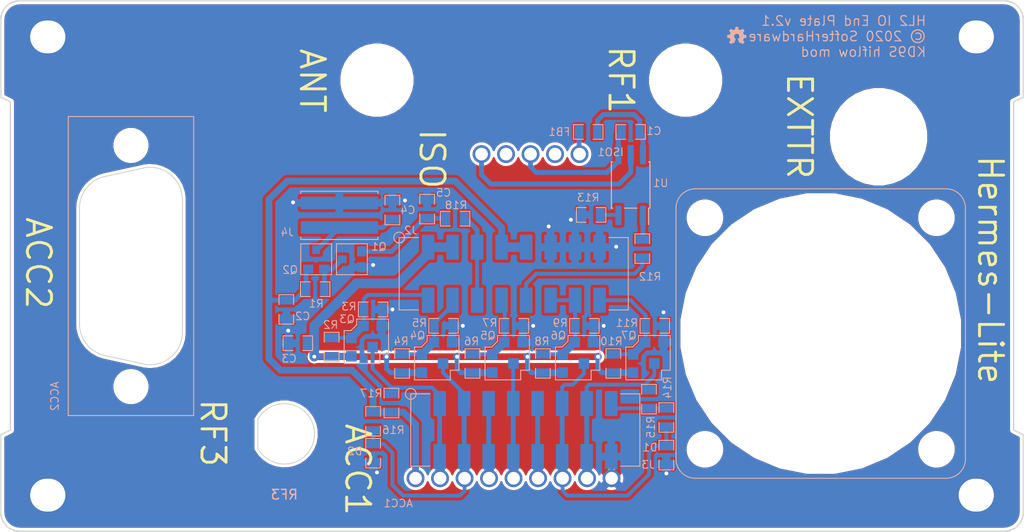
<source format=kicad_pcb>
(kicad_pcb (version 20171130) (host pcbnew "(5.1.8)-1")
  (title_block (title "Hermes-Lite End Plate 55") (date 2020-03-17) (rev 2.1) (company SofterHardware) (comment 1 "KF7O Steve Haynal"))
  (layers (0 F.Cu signal) (31 B.Cu signal) (34 B.Paste user hide) (35 F.Paste user hide) (36 B.SilkS user) (37 F.SilkS user) (38 B.Mask user) (39 F.Mask user) (44 Edge.Cuts user))
  (net 0 "")
  (net 1 GNDS)
  (net 2 Vlvds)
  (net 3 "Net-(J2-Pad2)")
  (net 4 "Net-(J2-Pad4)")
  (net 5 "Net-(J2-Pad5)")
  (net 6 "Net-(J2-Pad8)")
  (net 7 "Net-(J2-Pad12)")
  (net 8 "Net-(J2-Pad16)")
  (net 9 VSUP)
  (net 10 ISOIN)
  (net 11 "Net-(R12-Pad1)")
  (net 12 "Net-(R13-Pad1)")
  (net 13 "Net-(ACC1-Pad2)")
  (net 14 "Net-(ACC1-Pad3)")
  (net 15 "Net-(ACC1-Pad4)")
  (net 16 "Net-(ACC1-Pad5)")
  (net 17 "Net-(ACC1-Pad6)")
  (net 18 "Net-(ACC1-Pad7)")
  (net 19 "Net-(ACC1-Pad8)")
  (net 20 "Net-(C1-Pad1)")
  (net 21 "Net-(C1-Pad2)")
  (net 22 "Net-(FB1-Pad1)")
  (net 23 "Net-(ISO1-Pad2)")
  (net 24 "Net-(ISO1-Pad4)")
  (net 25 "Net-(ISO1-Pad5)")
  (net 26 "Net-(Q1-Pad3)")
  (net 27 "Net-(C4-Pad2)")
  (net 28 "Net-(J3-Pad15)")
  (net 29 "Net-(C5-Pad2)")
  (module endcaplib:fan30_big_hole (layer B.Cu) (at 123 72.5)
    (fp_text reference REF** hide)
    (fp_text value fan30_big_hole)
    (pad "" np_thru_hole circle (at 12 12) (size 28.5 28.5) (drill 28.5) (layers *.Cu *.Mask))
    (pad "" np_thru_hole circle (at 24 24) (size 3.2 3.2) (drill 3.2) (layers *.Cu *.Mask))
    (pad "" np_thru_hole circle (at 0 24) (size 3.2 3.2) (drill 3.2) (layers *.Cu *.Mask))
    (pad "" np_thru_hole circle (at 24 0) (size 3.2 3.2) (drill 3.2) (layers *.Cu *.Mask))
    (pad "" np_thru_hole circle (at 0 0) (size 3.2 3.2) (drill 3.2) (layers *.Cu *.Mask))
  )
  (module endcaplib:sma_panel (layer B.Cu) (at 79.4 94.9)
    (fp_text reference RF3 (at 0 6.3) (layer B.SilkS) (effects (justify mirror)))
    (fp_text value SMA)
    (fp_line (start -2.749999 1.5) (end -2.75 -1.5) (layer Edge.Cuts) (width 0.1))
    (fp_arc (start 0 0) (end -2.749999 -1.499999) (angle 302.7790807) (layer Edge.Cuts) (width 0.1))
  )
  (module endcaplib:SMD-0805 (layer B.Cu) (at 110.9 63.6)
    (fp_text reference FB1 (at -3 0 180) (layer B.SilkS) (effects (font (size 0.8 0.8) (thickness 0.1)) (justify mirror)))
    (fp_text value Ferrite_Bead_Small hide)
    (pad 1 smd rect (at -0.9525 0) (size 0.889 1.397) (layers B.Cu B.Paste B.Mask) (net 22 "Net-(FB1-Pad1)"))
    (pad 2 smd rect (at 0.9525 0) (size 0.889 1.397) (layers B.Cu B.Paste B.Mask) (net 20 "Net-(C1-Pad1)"))
  )
  (module endcaplib:basic_back (layer F.Cu) (at 141 57.6 180)
    (fp_text reference REF** hide)
    (fp_text value basic_back hide)
    (pad "" np_thru_hole circle (at 0 -6.5 180) (size 9.5 9.5) (drill 9.5) (layers *.Cu *.Mask))
    (pad "" np_thru_hole circle (at 20 -0.635 180) (size 7 7) (drill 7) (layers *.Cu *.Mask))
    (pad "" np_thru_hole circle (at 52 -0.635 180) (size 7 7) (drill 7) (layers *.Cu *.Mask))
  )
  (module endcaplib:db9inside (layer B.Cu) (at 63.5 77.5 90)
    (fp_text reference ACC2 (at -13.5 -7.9 90) (layer B.SilkS) (effects (font (size 0.8 0.8) (thickness 0.1)) (justify mirror)))
    (fp_text value DB9)
    (fp_line (start -6.005 -5.33) (end 6.005 -5.33) (layer Edge.Cuts) (width 0.1))
    (fp_line (start -6.885 5.33) (end 6.885 5.33) (layer Edge.Cuts) (width 0.1))
    (fp_line (start -10.15 1.27) (end -9.27 -2.75) (layer Edge.Cuts) (width 0.1))
    (fp_line (start 10.15 1.27) (end 9.27 -2.75) (layer Edge.Cuts) (width 0.1))
    (fp_arc (start -6.005 -1.98) (end -9.27 -2.75) (angle 77) (layer Edge.Cuts) (width 0.1))
    (fp_arc (start 6.005 -1.98) (end 9.27 -2.75) (angle -77) (layer Edge.Cuts) (width 0.1))
    (fp_arc (start 6.885 1.98) (end 6.885 5.33) (angle -103) (layer Edge.Cuts) (width 0.1))
    (fp_arc (start -6.885 1.98) (end -6.885 5.33) (angle 103) (layer Edge.Cuts) (width 0.1))
    (pad "" np_thru_hole circle (at -12.5 0 90) (size 3.05 3.05) (drill 3.05) (layers *.Cu *.Mask))
    (pad "" np_thru_hole circle (at 12.5 0 90) (size 3.05 3.05) (drill 3.05) (layers *.Cu *.Mask))
  )
  (module endcaplib:terminal_block (layer B.Cu) (at 93 99.5)
    (fp_text reference ACC1 (at -1.8 2.6) (layer B.SilkS) (effects (font (size 0.8 0.8) (thickness 0.1)) (justify mirror)))
    (fp_text value "Terminal Block")
    (pad 1 thru_hole circle (at 0 0) (size 1.85 1.85) (drill 1.32) (layers *.Cu B.Mask) (net 9 VSUP))
    (pad 2 thru_hole circle (at 2.54 0) (size 1.85 1.85) (drill 1.32) (layers *.Cu B.Mask) (net 13 "Net-(ACC1-Pad2)"))
    (pad 3 thru_hole circle (at 5.08 0) (size 1.85 1.85) (drill 1.32) (layers *.Cu B.Mask) (net 14 "Net-(ACC1-Pad3)"))
    (pad 4 thru_hole circle (at 7.62 0) (size 1.85 1.85) (drill 1.32) (layers *.Cu B.Mask) (net 15 "Net-(ACC1-Pad4)"))
    (pad 5 thru_hole circle (at 10.16 0) (size 1.85 1.85) (drill 1.32) (layers *.Cu B.Mask) (net 16 "Net-(ACC1-Pad5)"))
    (pad 6 thru_hole circle (at 12.7 0) (size 1.85 1.85) (drill 1.32) (layers *.Cu B.Mask) (net 17 "Net-(ACC1-Pad6)"))
    (pad 7 thru_hole circle (at 15.24 0) (size 1.85 1.85) (drill 1.32) (layers *.Cu B.Mask) (net 18 "Net-(ACC1-Pad7)"))
    (pad 8 thru_hole circle (at 17.78 0) (size 1.85 1.85) (drill 1.32) (layers *.Cu B.Mask) (net 19 "Net-(ACC1-Pad8)"))
    (pad 9 thru_hole circle (at 20.32 0) (size 1.85 1.85) (drill 1.32) (layers *.Cu B.Mask) (net 1 GNDS))
  )
  (module endcaplib:male_header (layer B.Cu) (at 94.3 78.3 270)
    (fp_text reference J2 (at -4.5 1.8) (layer B.SilkS) (effects (font (size 0.8 0.8) (thickness 0.1)) (justify mirror)))
    (fp_text value "Male Header")
    (pad 16 smd rect (at 2.75 -17.78 270) (size 2.6 1.3) (layers B.Cu B.Paste B.Mask) (net 8 "Net-(J2-Pad16)"))
    (pad 15 smd rect (at -2.75 -17.78 270) (size 2.6 1.3) (layers B.Cu B.Paste B.Mask) (net 1 GNDS))
    (pad 14 smd rect (at 2.75 -15.24 270) (size 2.6 1.3) (layers B.Cu B.Paste B.Mask) (net 7 "Net-(J2-Pad12)"))
    (pad 13 smd rect (at -2.75 -15.24 270) (size 2.6 1.3) (layers B.Cu B.Paste B.Mask) (net 1 GNDS))
    (pad 12 smd rect (at 2.75 -12.7 270) (size 2.6 1.3) (layers B.Cu B.Paste B.Mask) (net 7 "Net-(J2-Pad12)"))
    (pad 11 smd rect (at -2.75 -12.7 270) (size 2.6 1.3) (layers B.Cu B.Paste B.Mask) (net 1 GNDS))
    (pad 10 smd rect (at 2.75 -10.16 270) (size 2.6 1.3) (layers B.Cu B.Paste B.Mask) (net 10 ISOIN))
    (pad 9 smd rect (at -2.75 -10.16 270) (size 2.6 1.3) (layers B.Cu B.Paste B.Mask) (net 9 VSUP))
    (pad 8 smd rect (at 2.75 -7.62 270) (size 2.6 1.3) (layers B.Cu B.Paste B.Mask) (net 6 "Net-(J2-Pad8)"))
    (pad 7 smd rect (at -2.75 -7.62 270) (size 2.6 1.3) (layers B.Cu B.Paste B.Mask) (net 9 VSUP))
    (pad 6 smd rect (at 2.75 -5.08 270) (size 2.6 1.3) (layers B.Cu B.Paste B.Mask) (net 5 "Net-(J2-Pad5)"))
    (pad 5 smd rect (at -2.75 -5.08 270) (size 2.6 1.3) (layers B.Cu B.Paste B.Mask) (net 5 "Net-(J2-Pad5)"))
    (pad 4 smd rect (at 2.75 -2.54 270) (size 2.6 1.3) (layers B.Cu B.Paste B.Mask) (net 4 "Net-(J2-Pad4)"))
    (pad 3 smd rect (at -2.75 -2.54 270) (size 2.6 1.3) (layers B.Cu B.Paste B.Mask) (net 2 Vlvds))
    (pad 2 smd rect (at 2.75 0 270) (size 2.6 1.3) (layers B.Cu B.Paste B.Mask) (net 3 "Net-(J2-Pad2)"))
    (pad 1 smd rect (at -2.75 0 270) (size 2.6 1.3) (layers B.Cu B.Paste B.Mask) (net 2 Vlvds))
  )
  (module endcaplib:male_header (layer B.Cu) (at 95.5 94.5 270)
    (fp_text reference J3 (at 3.6 -21.6) (layer B.SilkS) (effects (font (size 0.8 0.8) (thickness 0.1)) (justify mirror)))
    (fp_text value "Male Header")
    (pad 16 smd rect (at 2.75 -17.78 270) (size 2.6 1.3) (layers B.Cu B.Paste B.Mask) (net 1 GNDS))
    (pad 15 smd rect (at -2.75 -17.78 270) (size 2.6 1.3) (layers B.Cu B.Paste B.Mask) (net 28 "Net-(J3-Pad15)"))
    (pad 14 smd rect (at 2.75 -15.24 270) (size 2.6 1.3) (layers B.Cu B.Paste B.Mask) (net 19 "Net-(ACC1-Pad8)"))
    (pad 13 smd rect (at -2.75 -15.24 270) (size 2.6 1.3) (layers B.Cu B.Paste B.Mask) (net 19 "Net-(ACC1-Pad8)"))
    (pad 12 smd rect (at 2.75 -12.7 270) (size 2.6 1.3) (layers B.Cu B.Paste B.Mask) (net 18 "Net-(ACC1-Pad7)"))
    (pad 11 smd rect (at -2.75 -12.7 270) (size 2.6 1.3) (layers B.Cu B.Paste B.Mask) (net 18 "Net-(ACC1-Pad7)"))
    (pad 10 smd rect (at 2.75 -10.16 270) (size 2.6 1.3) (layers B.Cu B.Paste B.Mask) (net 17 "Net-(ACC1-Pad6)"))
    (pad 9 smd rect (at -2.75 -10.16 270) (size 2.6 1.3) (layers B.Cu B.Paste B.Mask) (net 17 "Net-(ACC1-Pad6)"))
    (pad 8 smd rect (at 2.75 -7.62 270) (size 2.6 1.3) (layers B.Cu B.Paste B.Mask) (net 16 "Net-(ACC1-Pad5)"))
    (pad 7 smd rect (at -2.75 -7.62 270) (size 2.6 1.3) (layers B.Cu B.Paste B.Mask) (net 16 "Net-(ACC1-Pad5)"))
    (pad 6 smd rect (at 2.75 -5.08 270) (size 2.6 1.3) (layers B.Cu B.Paste B.Mask) (net 15 "Net-(ACC1-Pad4)"))
    (pad 5 smd rect (at -2.75 -5.08 270) (size 2.6 1.3) (layers B.Cu B.Paste B.Mask) (net 15 "Net-(ACC1-Pad4)"))
    (pad 4 smd rect (at 2.75 -2.54 270) (size 2.6 1.3) (layers B.Cu B.Paste B.Mask) (net 14 "Net-(ACC1-Pad3)"))
    (pad 3 smd rect (at -2.75 -2.54 270) (size 2.6 1.3) (layers B.Cu B.Paste B.Mask) (net 14 "Net-(ACC1-Pad3)"))
    (pad 2 smd rect (at 2.75 0 270) (size 2.6 1.3) (layers B.Cu B.Paste B.Mask) (net 13 "Net-(ACC1-Pad2)"))
    (pad 1 smd rect (at -2.75 0 270) (size 2.6 1.3) (layers B.Cu B.Paste B.Mask) (net 13 "Net-(ACC1-Pad2)"))
  )
  (module endcaplib:mh3mm (layer F.Cu) (at 54.875 53.75)
    (fp_text reference MH1 hide)
    (fp_text value 3mm)
    (pad 1 thru_hole circle (at 0 0) (size 4.9 4.9) (drill oval 3.65 3.4) (layers *.Cu *.Mask) (net 1 GNDS))
  )
  (module endcaplib:mh3mm (layer F.Cu) (at 151.125 53.75)
    (fp_text reference MH2 hide)
    (fp_text value 3mm)
    (pad 1 thru_hole circle (at 0 0) (size 4.9 4.9) (drill oval 3.65 3.4) (layers *.Cu *.Mask) (net 1 GNDS))
  )
  (module endcaplib:mh3mm (layer F.Cu) (at 151.125 101.25)
    (fp_text reference MH3 hide)
    (fp_text value 3mm)
    (pad 1 thru_hole circle (at 0 0) (size 4.9 4.9) (drill oval 3.65 3.4) (layers *.Cu *.Mask) (net 1 GNDS))
  )
  (module endcaplib:mh3mm (layer F.Cu) (at 54.875 101.25)
    (fp_text reference MH4 hide)
    (fp_text value 3mm)
    (pad 1 thru_hole circle (at 0 0) (size 4.9 4.9) (drill oval 3.65 3.4) (layers *.Cu *.Mask) (net 1 GNDS))
  )
  (module endcaplib:3sot3_3 (layer B.Cu) (at 89.5 83.7 270)
    (fp_text reference Q3 (at -0.7 3.6) (layer B.SilkS) (effects (font (size 0.8 0.8) (thickness 0.1)) (justify mirror)))
    (fp_text value MULTIFET)
    (pad 1 smd rect (at 0.6 2.5 225) (size 2 0.8) (layers B.Cu B.Paste B.Mask) (net 3 "Net-(J2-Pad2)"))
    (pad 4 smd rect (at 3.15 3.15 270) (size 1.1 1.1) (layers B.Cu B.Paste B.Mask) (net 2 Vlvds))
    (pad 1 smd rect (at 1.25 3.15 270) (size 1.1 1.1) (layers B.Cu B.Paste B.Mask) (net 3 "Net-(J2-Pad2)"))
    (pad 3 smd rect (at 2.2 0.95 270) (size 1.1 1.1) (layers B.Cu B.Paste B.Mask) (net 13 "Net-(ACC1-Pad2)"))
    (pad 1 smd rect (at 0 1.9 270) (size 1.1 1.1) (layers B.Cu B.Paste B.Mask) (net 3 "Net-(J2-Pad2)"))
    (pad 2 smd rect (at 0 0 270) (size 1.1 1.1) (layers B.Cu B.Paste B.Mask) (net 1 GNDS))
  )
  (module endcaplib:3sot3_3 (layer B.Cu) (at 96.8 85.4 270)
    (fp_text reference Q4 (at -0.7 3.6) (layer B.SilkS) (effects (font (size 0.8 0.8) (thickness 0.1)) (justify mirror)))
    (fp_text value MULTIFET)
    (pad 2 smd rect (at 0 0 270) (size 1.1 1.1) (layers B.Cu B.Paste B.Mask) (net 1 GNDS))
    (pad 1 smd rect (at 0 1.9 270) (size 1.1 1.1) (layers B.Cu B.Paste B.Mask) (net 4 "Net-(J2-Pad4)"))
    (pad 3 smd rect (at 2.2 0.95 270) (size 1.1 1.1) (layers B.Cu B.Paste B.Mask) (net 14 "Net-(ACC1-Pad3)"))
    (pad 1 smd rect (at 1.25 3.15 270) (size 1.1 1.1) (layers B.Cu B.Paste B.Mask) (net 4 "Net-(J2-Pad4)"))
    (pad 4 smd rect (at 3.15 3.15 270) (size 1.1 1.1) (layers B.Cu B.Paste B.Mask) (net 2 Vlvds))
    (pad 1 smd rect (at 0.6 2.5 225) (size 2 0.8) (layers B.Cu B.Paste B.Mask) (net 4 "Net-(J2-Pad4)"))
  )
  (module endcaplib:3sot3_3 (layer B.Cu) (at 104.1 85.4 270)
    (fp_text reference Q5 (at -0.7 3.6) (layer B.SilkS) (effects (font (size 0.8 0.8) (thickness 0.1)) (justify mirror)))
    (fp_text value MULTIFET)
    (pad 2 smd rect (at 0 0 270) (size 1.1 1.1) (layers B.Cu B.Paste B.Mask) (net 1 GNDS))
    (pad 1 smd rect (at 0 1.9 270) (size 1.1 1.1) (layers B.Cu B.Paste B.Mask) (net 6 "Net-(J2-Pad8)"))
    (pad 3 smd rect (at 2.2 0.95 270) (size 1.1 1.1) (layers B.Cu B.Paste B.Mask) (net 16 "Net-(ACC1-Pad5)"))
    (pad 1 smd rect (at 1.25 3.15 270) (size 1.1 1.1) (layers B.Cu B.Paste B.Mask) (net 6 "Net-(J2-Pad8)"))
    (pad 4 smd rect (at 3.15 3.15 270) (size 1.1 1.1) (layers B.Cu B.Paste B.Mask) (net 2 Vlvds))
    (pad 1 smd rect (at 0.6 2.5 225) (size 2 0.8) (layers B.Cu B.Paste B.Mask) (net 6 "Net-(J2-Pad8)"))
  )
  (module endcaplib:3sot3_3 (layer B.Cu) (at 111.4 85.4 270)
    (fp_text reference Q6 (at -0.7 3.6) (layer B.SilkS) (effects (font (size 0.8 0.8) (thickness 0.1)) (justify mirror)))
    (fp_text value MULTIFET)
    (pad 1 smd rect (at 0.6 2.5 225) (size 2 0.8) (layers B.Cu B.Paste B.Mask) (net 7 "Net-(J2-Pad12)"))
    (pad 4 smd rect (at 3.15 3.15 270) (size 1.1 1.1) (layers B.Cu B.Paste B.Mask) (net 2 Vlvds))
    (pad 1 smd rect (at 1.25 3.15 270) (size 1.1 1.1) (layers B.Cu B.Paste B.Mask) (net 7 "Net-(J2-Pad12)"))
    (pad 3 smd rect (at 2.2 0.95 270) (size 1.1 1.1) (layers B.Cu B.Paste B.Mask) (net 18 "Net-(ACC1-Pad7)"))
    (pad 1 smd rect (at 0 1.9 270) (size 1.1 1.1) (layers B.Cu B.Paste B.Mask) (net 7 "Net-(J2-Pad12)"))
    (pad 2 smd rect (at 0 0 270) (size 1.1 1.1) (layers B.Cu B.Paste B.Mask) (net 1 GNDS))
  )
  (module endcaplib:3sot3_3 (layer B.Cu) (at 118.7 85.4 270)
    (fp_text reference Q7 (at -0.7 3.6) (layer B.SilkS) (effects (font (size 0.8 0.8) (thickness 0.1)) (justify mirror)))
    (fp_text value MULTIFET)
    (pad 2 smd rect (at 0 0 270) (size 1.1 1.1) (layers B.Cu B.Paste B.Mask) (net 1 GNDS))
    (pad 1 smd rect (at 0 1.9 270) (size 1.1 1.1) (layers B.Cu B.Paste B.Mask) (net 8 "Net-(J2-Pad16)"))
    (pad 3 smd rect (at 2.2 0.95 270) (size 1.1 1.1) (layers B.Cu B.Paste B.Mask) (net 19 "Net-(ACC1-Pad8)"))
    (pad 1 smd rect (at 1.25 3.15 270) (size 1.1 1.1) (layers B.Cu B.Paste B.Mask) (net 8 "Net-(J2-Pad16)"))
    (pad 4 smd rect (at 3.15 3.15 270) (size 1.1 1.1) (layers B.Cu B.Paste B.Mask) (net 2 Vlvds))
    (pad 1 smd rect (at 0.6 2.5 225) (size 2 0.8) (layers B.Cu B.Paste B.Mask) (net 8 "Net-(J2-Pad16)"))
  )
  (module endcaplib:SMD-0805 (layer B.Cu) (at 84.3 85.9 90)
    (fp_text reference R2 (at 2.3 -0.1 180) (layer B.SilkS) (effects (font (size 0.8 0.8) (thickness 0.1)) (justify mirror)))
    (fp_text value 10K hide)
    (pad 1 smd rect (at -0.9525 0 90) (size 0.889 1.397) (layers B.Cu B.Paste B.Mask) (net 2 Vlvds))
    (pad 2 smd rect (at 0.9525 0 90) (size 0.889 1.397) (layers B.Cu B.Paste B.Mask) (net 3 "Net-(J2-Pad2)"))
  )
  (module endcaplib:SMD-0805 (layer B.Cu) (at 88.6 82)
    (fp_text reference R3 (at -2.5 -0.3 180) (layer B.SilkS) (effects (font (size 0.8 0.8) (thickness 0.1)) (justify mirror)))
    (fp_text value 10K hide)
    (pad 2 smd rect (at 0.9525 0) (size 0.889 1.397) (layers B.Cu B.Paste B.Mask) (net 1 GNDS))
    (pad 1 smd rect (at -0.9525 0) (size 0.889 1.397) (layers B.Cu B.Paste B.Mask) (net 3 "Net-(J2-Pad2)"))
  )
  (module endcaplib:SMD-0805 (layer B.Cu) (at 91.6 87.6 90)
    (fp_text reference R4 (at 2.3 -0.1 180) (layer B.SilkS) (effects (font (size 0.8 0.8) (thickness 0.1)) (justify mirror)))
    (fp_text value 10K hide)
    (pad 1 smd rect (at -0.9525 0 90) (size 0.889 1.397) (layers B.Cu B.Paste B.Mask) (net 2 Vlvds))
    (pad 2 smd rect (at 0.9525 0 90) (size 0.889 1.397) (layers B.Cu B.Paste B.Mask) (net 4 "Net-(J2-Pad4)"))
  )
  (module endcaplib:SMD-0805 (layer B.Cu) (at 95.9 83.7)
    (fp_text reference R5 (at -2.5 -0.3) (layer B.SilkS) (effects (font (size 0.8 0.8) (thickness 0.1)) (justify mirror)))
    (fp_text value 10K hide)
    (pad 2 smd rect (at 0.9525 0) (size 0.889 1.397) (layers B.Cu B.Paste B.Mask) (net 1 GNDS))
    (pad 1 smd rect (at -0.9525 0) (size 0.889 1.397) (layers B.Cu B.Paste B.Mask) (net 4 "Net-(J2-Pad4)"))
  )
  (module endcaplib:SMD-0805 (layer B.Cu) (at 98.9 87.6 90)
    (fp_text reference R6 (at 2.3 -0.1 180) (layer B.SilkS) (effects (font (size 0.8 0.8) (thickness 0.1)) (justify mirror)))
    (fp_text value 10K hide)
    (pad 1 smd rect (at -0.9525 0 90) (size 0.889 1.397) (layers B.Cu B.Paste B.Mask) (net 2 Vlvds))
    (pad 2 smd rect (at 0.9525 0 90) (size 0.889 1.397) (layers B.Cu B.Paste B.Mask) (net 6 "Net-(J2-Pad8)"))
  )
  (module endcaplib:SMD-0805 (layer B.Cu) (at 103.2 83.7)
    (fp_text reference R7 (at -2.5 -0.3) (layer B.SilkS) (effects (font (size 0.8 0.8) (thickness 0.1)) (justify mirror)))
    (fp_text value 10K hide)
    (pad 2 smd rect (at 0.9525 0) (size 0.889 1.397) (layers B.Cu B.Paste B.Mask) (net 1 GNDS))
    (pad 1 smd rect (at -0.9525 0) (size 0.889 1.397) (layers B.Cu B.Paste B.Mask) (net 6 "Net-(J2-Pad8)"))
  )
  (module endcaplib:SMD-0805 (layer B.Cu) (at 106.2 87.6 90)
    (fp_text reference R8 (at 2.3 -0.1 180) (layer B.SilkS) (effects (font (size 0.8 0.8) (thickness 0.1)) (justify mirror)))
    (fp_text value 10K hide)
    (pad 1 smd rect (at -0.9525 0 90) (size 0.889 1.397) (layers B.Cu B.Paste B.Mask) (net 2 Vlvds))
    (pad 2 smd rect (at 0.9525 0 90) (size 0.889 1.397) (layers B.Cu B.Paste B.Mask) (net 7 "Net-(J2-Pad12)"))
  )
  (module endcaplib:SMD-0805 (layer B.Cu) (at 110.5 83.7)
    (fp_text reference R9 (at -2.5 -0.3) (layer B.SilkS) (effects (font (size 0.8 0.8) (thickness 0.1)) (justify mirror)))
    (fp_text value 10K hide)
    (pad 2 smd rect (at 0.9525 0) (size 0.889 1.397) (layers B.Cu B.Paste B.Mask) (net 1 GNDS))
    (pad 1 smd rect (at -0.9525 0) (size 0.889 1.397) (layers B.Cu B.Paste B.Mask) (net 7 "Net-(J2-Pad12)"))
  )
  (module endcaplib:SMD-0805 (layer B.Cu) (at 113.5 87.6 90)
    (fp_text reference R10 (at 2.3 -0.2 180) (layer B.SilkS) (effects (font (size 0.8 0.8) (thickness 0.1)) (justify mirror)))
    (fp_text value 10K hide)
    (pad 1 smd rect (at -0.9525 0 90) (size 0.889 1.397) (layers B.Cu B.Paste B.Mask) (net 2 Vlvds))
    (pad 2 smd rect (at 0.9525 0 90) (size 0.889 1.397) (layers B.Cu B.Paste B.Mask) (net 8 "Net-(J2-Pad16)"))
  )
  (module endcaplib:SMD-0805 (layer B.Cu) (at 117.8 83.7)
    (fp_text reference R11 (at -2.9 -0.3) (layer B.SilkS) (effects (font (size 0.8 0.8) (thickness 0.1)) (justify mirror)))
    (fp_text value 10K hide)
    (pad 2 smd rect (at 0.9525 0) (size 0.889 1.397) (layers B.Cu B.Paste B.Mask) (net 1 GNDS))
    (pad 1 smd rect (at -0.9525 0) (size 0.889 1.397) (layers B.Cu B.Paste B.Mask) (net 8 "Net-(J2-Pad16)"))
  )
  (module endcaplib:SMD-0805 (layer B.Cu) (at 115.3 63.6 180)
    (fp_text reference C1 (at -2.4 0.1) (layer B.SilkS) (effects (font (size 0.8 0.8) (thickness 0.1)) (justify mirror)))
    (fp_text value 0.1uF hide)
    (pad 1 smd rect (at -0.9525 0 180) (size 0.889 1.397) (layers B.Cu B.Paste B.Mask) (net 20 "Net-(C1-Pad1)"))
    (pad 2 smd rect (at 0.9525 0 180) (size 0.889 1.397) (layers B.Cu B.Paste B.Mask) (net 21 "Net-(C1-Pad2)"))
  )
  (module endcaplib:SMD-0805 (layer B.Cu) (at 80.8 85.5 180)
    (fp_text reference C3 (at 0.9 -1.6 180) (layer B.SilkS) (effects (font (size 0.8 0.8) (thickness 0.1)) (justify mirror)))
    (fp_text value 0.1uF hide)
    (pad 1 smd rect (at -0.9525 0 180) (size 0.889 1.397) (layers B.Cu B.Paste B.Mask) (net 2 Vlvds))
    (pad 2 smd rect (at 0.9525 0 180) (size 0.889 1.397) (layers B.Cu B.Paste B.Mask) (net 1 GNDS))
  )
  (module endcaplib:SMD-0805 (layer B.Cu) (at 116.5 75.7 270)
    (fp_text reference R12 (at 2.9 -0.8) (layer B.SilkS) (effects (font (size 0.8 0.8) (thickness 0.1)) (justify mirror)))
    (fp_text value 1K hide)
    (pad 1 smd rect (at -0.9525 0 270) (size 0.889 1.397) (layers B.Cu B.Paste B.Mask) (net 11 "Net-(R12-Pad1)"))
    (pad 2 smd rect (at 0.9525 0 270) (size 0.889 1.397) (layers B.Cu B.Paste B.Mask) (net 10 ISOIN))
  )
  (module endcaplib:SMD-0805 (layer B.Cu) (at 111.2 72.2 180)
    (fp_text reference R13 (at 0.3 1.8) (layer B.SilkS) (effects (font (size 0.8 0.8) (thickness 0.1)) (justify mirror)))
    (fp_text value 680 hide)
    (pad 2 smd rect (at 0.9525 0 180) (size 0.889 1.397) (layers B.Cu B.Paste B.Mask) (net 1 GNDS))
    (pad 1 smd rect (at -0.9525 0 180) (size 0.889 1.397) (layers B.Cu B.Paste B.Mask) (net 12 "Net-(R13-Pad1)"))
  )
  (module Package_SO:SO-5_4.4x3.6mm_P1.27mm (layer B.Cu) (at 115.3 69.1 90)
    (fp_text reference U1 (at 0.2 3.1 -180) (layer B.SilkS) (effects (font (size 0.8 0.8) (thickness 0.1)) (justify mirror)))
    (fp_text value ACPL-M21L-000E)
    (pad 1 smd rect (at -3.15 1.27 90) (size 2 0.64) (layers B.Cu B.Paste B.Mask) (net 11 "Net-(R12-Pad1)"))
    (pad 3 smd rect (at -3.15 -1.27 90) (size 2 0.64) (layers B.Cu B.Paste B.Mask) (net 12 "Net-(R13-Pad1)"))
    (pad 4 smd rect (at 3.15 -1.27 90) (size 2 0.64) (layers B.Cu B.Paste B.Mask) (net 21 "Net-(C1-Pad2)"))
    (pad 5 smd rect (at 3.15 0 90) (size 2 0.64) (layers B.Cu B.Paste B.Mask) (net 25 "Net-(ISO1-Pad5)"))
    (pad 6 smd rect (at 3.15 1.27 90) (size 2 0.64) (layers B.Cu B.Paste B.Mask) (net 20 "Net-(C1-Pad1)"))
  )
  (module endcaplib:terminal_block5 (layer B.Cu) (at 110 65.9 180)
    (fp_text reference ISO1 (at -3.22 0.2 180) (layer B.SilkS) (effects (font (size 0.8 0.8) (thickness 0.1)) (justify mirror)))
    (fp_text value "Terminal Block")
    (pad 1 thru_hole circle (at 0 0 180) (size 1.85 1.85) (drill 1.32) (layers *.Cu B.Mask) (net 22 "Net-(FB1-Pad1)"))
    (pad 2 thru_hole circle (at 2.54 0 180) (size 1.85 1.85) (drill 1.32) (layers *.Cu B.Mask) (net 23 "Net-(ISO1-Pad2)"))
    (pad 3 thru_hole circle (at 5.08 0 180) (size 1.85 1.85) (drill 1.32) (layers *.Cu B.Mask) (net 21 "Net-(C1-Pad2)"))
    (pad 4 thru_hole circle (at 7.62 0 180) (size 1.85 1.85) (drill 1.32) (layers *.Cu B.Mask) (net 24 "Net-(ISO1-Pad4)"))
    (pad 5 thru_hole circle (at 10.16 0 180) (size 1.85 1.85) (drill 1.32) (layers *.Cu B.Mask) (net 25 "Net-(ISO1-Pad5)"))
  )
  (module endcaplib:SMD-0805 (layer B.Cu) (at 79.6 82 90)
    (fp_text reference C2 (at -0.7 1.7 180) (layer B.SilkS) (effects (font (size 0.8 0.8) (thickness 0.1)) (justify mirror)))
    (fp_text value 0.1uF hide)
    (pad 1 smd rect (at -0.9525 0 90) (size 0.889 1.397) (layers B.Cu B.Paste B.Mask) (net 1 GNDS))
    (pad 2 smd rect (at 0.9525 0 90) (size 0.889 1.397) (layers B.Cu B.Paste B.Mask) (net 9 VSUP))
  )
  (module endcaplib:male_header_2 (layer B.Cu) (at 85.1 73.5)
    (fp_text reference J4 (at -5.4 0.5) (layer B.SilkS) (effects (font (size 0.8 0.8) (thickness 0.1)) (justify mirror)))
    (fp_text value Fan)
    (pad 1 smd rect (at 0 0) (size 8 1.3) (layers B.Cu B.Paste B.Mask) (net 27 "Net-(C4-Pad2)"))
    (pad 2 smd rect (at 0 -2.54) (size 8 1.3) (layers B.Cu B.Paste B.Mask) (net 1 GNDS))
  )
  (module endcaplib:SOT23_3 (layer B.Cu) (at 87.4 76.8 270)
    (fp_text reference Q1 (at -1.3 -1.8) (layer B.SilkS) (effects (font (size 0.8 0.8) (thickness 0.1)) (justify mirror)))
    (fp_text value DTC144E)
    (pad 1 smd rect (at -0.825 0 270) (size 1.05 0.9) (layers B.Cu B.Paste B.Mask) (net 29 "Net-(C5-Pad2)"))
    (pad 3 smd rect (at 0 2 270) (size 0.8 0.9) (layers B.Cu B.Paste B.Mask) (net 26 "Net-(Q1-Pad3)"))
    (pad 2 smd rect (at 0.825 0 270) (size 1.05 0.9) (layers B.Cu B.Paste B.Mask) (net 1 GNDS))
  )
  (module endcaplib:SOT23_3 (layer B.Cu) (at 82.7 77.8 180)
    (fp_text reference Q2 (at 2.7 -0.1 180) (layer B.SilkS) (effects (font (size 0.8 0.8) (thickness 0.1)) (justify mirror)))
    (fp_text value IRLML6402)
    (pad 2 smd rect (at 0.825 0 180) (size 1.05 0.9) (layers B.Cu B.Paste B.Mask) (net 9 VSUP))
    (pad 3 smd rect (at 0 2 180) (size 0.8 0.9) (layers B.Cu B.Paste B.Mask) (net 27 "Net-(C4-Pad2)"))
    (pad 1 smd rect (at -0.825 0 180) (size 1.05 0.9) (layers B.Cu B.Paste B.Mask) (net 26 "Net-(Q1-Pad3)"))
  )
  (module endcaplib:SMD-0805 (layer B.Cu) (at 82.6 79.9)
    (fp_text reference R1 (at 0.1 1.5) (layer B.SilkS) (effects (font (size 0.8 0.8) (thickness 0.1)) (justify mirror)))
    (fp_text value 10K hide)
    (pad 2 smd rect (at 0.9525 0) (size 0.889 1.397) (layers B.Cu B.Paste B.Mask) (net 26 "Net-(Q1-Pad3)"))
    (pad 1 smd rect (at -0.9525 0) (size 0.889 1.397) (layers B.Cu B.Paste B.Mask) (net 9 VSUP))
  )
  (module endcaplib:SMD-0805 (layer B.Cu) (at 90.6 71.7 270)
    (fp_text reference C4 (at 0 -1.6) (layer B.SilkS) (effects (font (size 0.8 0.8) (thickness 0.1)) (justify mirror)))
    (fp_text value 0.1uF hide)
    (pad 1 smd rect (at -0.9525 0 270) (size 0.889 1.397) (layers B.Cu B.Paste B.Mask) (net 1 GNDS))
    (pad 2 smd rect (at 0.9525 0 270) (size 0.889 1.397) (layers B.Cu B.Paste B.Mask) (net 27 "Net-(C4-Pad2)"))
  )
  (module endcaplib:SMD-0805 (layer B.Cu) (at 119 97.1 270)
    (fp_text reference D1 (at -0.8 1.7) (layer B.SilkS) (effects (font (size 0.8 0.8) (thickness 0.1)) (justify mirror)))
    (fp_text value 1N4148 hide)
    (pad 1 smd rect (at -0.9525 0 270) (size 0.889 1.397) (layers B.Cu B.Paste B.Mask) (net 18 "Net-(ACC1-Pad7)"))
    (pad 2 smd rect (at 0.9525 0 270) (size 0.889 1.397) (layers B.Cu B.Paste B.Mask) (net 1 GNDS))
  )
  (module endcaplib:SMD-0805 (layer B.Cu) (at 88.6 96.9 270)
    (fp_text reference D2 (at -0.2 1.9) (layer B.SilkS) (effects (font (size 0.8 0.8) (thickness 0.1)) (justify mirror)))
    (fp_text value 1N4148 hide)
    (pad 2 smd rect (at 0.9525 0 270) (size 0.889 1.397) (layers B.Cu B.Paste B.Mask) (net 1 GNDS))
    (pad 1 smd rect (at -0.9525 0 270) (size 0.889 1.397) (layers B.Cu B.Paste B.Mask) (net 14 "Net-(ACC1-Pad3)"))
  )
  (module endcaplib:SMD-0805 (layer B.Cu) (at 117.2 91.3 270)
    (fp_text reference R14 (at -1.2 -1.9 90) (layer B.SilkS) (effects (font (size 0.8 0.8) (thickness 0.1)) (justify mirror)))
    (fp_text value 10K hide)
    (pad 1 smd rect (at -0.9525 0 270) (size 0.889 1.397) (layers B.Cu B.Paste B.Mask) (net 19 "Net-(ACC1-Pad8)"))
    (pad 2 smd rect (at 0.9525 0 270) (size 0.889 1.397) (layers B.Cu B.Paste B.Mask) (net 28 "Net-(J3-Pad15)"))
  )
  (module endcaplib:SMD-0805 (layer B.Cu) (at 119 93.2 90)
    (fp_text reference R15 (at -1 -1.6 90) (layer B.SilkS) (effects (font (size 0.8 0.8) (thickness 0.1)) (justify mirror)))
    (fp_text value 10K hide)
    (pad 2 smd rect (at 0.9525 0 90) (size 0.889 1.397) (layers B.Cu B.Paste B.Mask) (net 28 "Net-(J3-Pad15)"))
    (pad 1 smd rect (at -0.9525 0 90) (size 0.889 1.397) (layers B.Cu B.Paste B.Mask) (net 18 "Net-(ACC1-Pad7)"))
  )
  (module endcaplib:SMD-0805 (layer B.Cu) (at 88.6 93.6 270)
    (fp_text reference R16 (at 0.9 -2.1) (layer B.SilkS) (effects (font (size 0.8 0.8) (thickness 0.1)) (justify mirror)))
    (fp_text value 10K hide)
    (pad 2 smd rect (at 0.9525 0 270) (size 0.889 1.397) (layers B.Cu B.Paste B.Mask) (net 14 "Net-(ACC1-Pad3)"))
    (pad 1 smd rect (at -0.9525 0 270) (size 0.889 1.397) (layers B.Cu B.Paste B.Mask) (net 9 VSUP))
  )
  (module endcaplib:SMD-0805 (layer B.Cu) (at 90.5 91.7 90)
    (fp_text reference R17 (at 1 -2.1 180) (layer B.SilkS) (effects (font (size 0.8 0.8) (thickness 0.1)) (justify mirror)))
    (fp_text value 10K hide)
    (pad 1 smd rect (at -0.9525 0 90) (size 0.889 1.397) (layers B.Cu B.Paste B.Mask) (net 9 VSUP))
    (pad 2 smd rect (at 0.9525 0 90) (size 0.889 1.397) (layers B.Cu B.Paste B.Mask) (net 13 "Net-(ACC1-Pad2)"))
  )
  (module HERMESLITE:OSHW-logo_silkscreen-back_2mm (layer B.Cu) (at 126.3 53.6 180)
    (fp_text reference G*** hide)
    (fp_text value OSHW-logo_silkscreen-back_2mm hide)
  )
  (module endcaplib:SMD-0805 (layer B.Cu) (at 94.2 71.6 270)
    (fp_text reference C5 (at -1.7 -1.7 180) (layer B.SilkS) (effects (font (size 0.8 0.8) (thickness 0.1)) (justify mirror)))
    (fp_text value 0.1uF hide)
    (pad 2 smd rect (at 0.9525 0 270) (size 0.889 1.397) (layers B.Cu B.Paste B.Mask) (net 29 "Net-(C5-Pad2)"))
    (pad 1 smd rect (at -0.9525 0 270) (size 0.889 1.397) (layers B.Cu B.Paste B.Mask) (net 1 GNDS))
  )
  (module endcaplib:SMD-0805 (layer B.Cu) (at 97.1 72.6 180)
    (fp_text reference R18 (at -0.1 1.4) (layer B.SilkS) (effects (font (size 0.8 0.8) (thickness 0.1)) (justify mirror)))
    (fp_text value 1K hide)
    (pad 1 smd rect (at -0.9525 0 180) (size 0.889 1.397) (layers B.Cu B.Paste B.Mask) (net 5 "Net-(J2-Pad5)"))
    (pad 2 smd rect (at 0.9525 0 180) (size 0.889 1.397) (layers B.Cu B.Paste B.Mask) (net 29 "Net-(C5-Pad2)"))
  )
  (gr_text "HL2 IO End Plate v2.1\n© 2020 SofterHardware\nKD9S hiflow mod" (at 146 53.7) (layer B.SilkS) (effects (font (size 1 1) (thickness 0.12)) (justify left mirror)))
  (gr_text ISO (at 94.7 66.4 270) (layer F.SilkS) (effects (font (size 2.5 2.5) (thickness 0.3))))
  (gr_text RF3 (at 72 94.8 270) (layer F.SilkS) (effects (font (size 2.5 2.5) (thickness 0.3))))
  (gr_text ACC1 (at 87 98.6 270) (layer F.SilkS) (effects (font (size 2.5 2.5) (thickness 0.3))))
  (gr_text ACC2 (at 53.9 77.2 270) (layer F.SilkS) (effects (font (size 2.5 2.5) (thickness 0.3))))
  (gr_text ANT (at 82.3 58.3 270) (layer F.SilkS) (effects (font (size 2.5 2.5) (thickness 0.3))))
  (gr_text RF1 (at 114.3 58.2 270) (layer F.SilkS) (effects (font (size 2.5 2.5) (thickness 0.3))))
  (gr_text EXTTR (at 132.8 63 270) (layer F.SilkS) (effects (font (size 2.5 2.5) (thickness 0.3))))
  (gr_text Hermes-Lite (at 152.6 77.9 270) (layer F.SilkS) (effects (font (size 2.5 2.5) (thickness 0.3))))
  (gr_arc (start 154 52) (end 156 52) (angle -90) (layer Edge.Cuts) (width 0.15))
  (gr_arc (start 154 103) (end 154 105) (angle -90) (layer Edge.Cuts) (width 0.15))
  (gr_arc (start 52 103) (end 50 103) (angle -90) (layer Edge.Cuts) (width 0.15))
  (gr_arc (start 52 52) (end 52 50) (angle -90) (layer Edge.Cuts) (width 0.15))
  (gr_line (start 50 60) (end 50 52) (layer Edge.Cuts) (width 0.15))
  (gr_line (start 51 60.5) (end 50 60) (layer Edge.Cuts) (width 0.15))
  (gr_line (start 51 94.5) (end 51 60.5) (layer Edge.Cuts) (width 0.15))
  (gr_line (start 50 95) (end 51 94.5) (layer Edge.Cuts) (width 0.15))
  (gr_line (start 50 103) (end 50 95) (layer Edge.Cuts) (width 0.15))
  (gr_line (start 154 105) (end 52 105) (layer Edge.Cuts) (width 0.15))
  (gr_line (start 156 95) (end 156 103) (layer Edge.Cuts) (width 0.15))
  (gr_line (start 155 94.5) (end 156 95) (layer Edge.Cuts) (width 0.15))
  (gr_line (start 156 60) (end 155 60.5) (layer Edge.Cuts) (width 0.15))
  (gr_line (start 155 60.5) (end 155 94.5) (layer Edge.Cuts) (width 0.15))
  (gr_line (start 156 52) (end 156 60) (layer Edge.Cuts) (width 0.15))
  (gr_line (start 52 50) (end 154 50) (layer Edge.Cuts) (width 0.15))
  (segment (start 104.1525 85.3475) (end 104.1 85.4) (width 0.4) (layer B.Cu) (net 1))
  (segment (start 104.1525 83.7) (end 104.1525 85.3475) (width 0.4) (layer B.Cu) (net 1))
  (segment (start 118.7525 85.3475) (end 118.7 85.4) (width 0.4) (layer B.Cu) (net 1))
  (segment (start 118.7525 83.7) (end 118.7525 85.3475) (width 0.4) (layer B.Cu) (net 1))
  (segment (start 111.4525 85.3475) (end 111.4 85.4) (width 0.4) (layer B.Cu) (net 1))
  (segment (start 111.4525 83.7) (end 111.4525 85.3475) (width 0.4) (layer B.Cu) (net 1))
  (segment (start 96.8525 85.3475) (end 96.8 85.4) (width 0.4) (layer B.Cu) (net 1))
  (segment (start 96.8525 83.7) (end 96.8525 85.3475) (width 0.4) (layer B.Cu) (net 1))
  (segment (start 89.5525 83.6475) (end 89.5 83.7) (width 0.4) (layer B.Cu) (net 1))
  (segment (start 89.5525 82) (end 89.5525 83.6475) (width 0.4) (layer B.Cu) (net 1))
  (via (at 90.6 82) (size 0.8) (drill 0.4) (layers F.Cu B.Cu) (net 1))
  (segment (start 89.5525 82) (end 90.6 82) (width 0.7) (layer B.Cu) (net 1))
  (via (at 97.9 83.7) (size 0.8) (drill 0.4) (layers F.Cu B.Cu) (net 1))
  (segment (start 96.8525 83.7) (end 97.9 83.7) (width 0.7) (layer B.Cu) (net 1))
  (via (at 105.2 83.7) (size 0.8) (drill 0.4) (layers F.Cu B.Cu) (net 1))
  (segment (start 104.1525 83.7) (end 105.2 83.7) (width 0.7) (layer B.Cu) (net 1))
  (via (at 112.5 83.7) (size 0.8) (drill 0.4) (layers F.Cu B.Cu) (net 1))
  (segment (start 111.4525 83.7) (end 112.5 83.7) (width 0.7) (layer B.Cu) (net 1))
  (via (at 118.7 82.3) (size 0.8) (drill 0.4) (layers F.Cu B.Cu) (net 1))
  (segment (start 113.32 97.29) (end 113.28 97.25) (width 0.4) (layer B.Cu) (net 1))
  (segment (start 113.32 99.5) (end 113.32 97.29) (width 0.4) (layer B.Cu) (net 1))
  (segment (start 118.7 83.6475) (end 118.7525 83.7) (width 0.7) (layer B.Cu) (net 1))
  (segment (start 118.7 82.3) (end 118.7 83.6475) (width 0.7) (layer B.Cu) (net 1))
  (via (at 79.8 84.2) (size 0.8) (drill 0.4) (layers F.Cu B.Cu) (net 1))
  (segment (start 79.8475 84.2475) (end 79.8 84.2) (width 0.7) (layer B.Cu) (net 1))
  (segment (start 79.8475 85.5) (end 79.8475 84.2475) (width 0.7) (layer B.Cu) (net 1))
  (segment (start 79.8 83.1525) (end 79.6 82.9525) (width 0.7) (layer B.Cu) (net 1))
  (segment (start 79.8 84.2) (end 79.8 83.1525) (width 0.7) (layer B.Cu) (net 1))
  (via (at 88.6 77.4) (size 0.8) (drill 0.4) (layers F.Cu B.Cu) (net 1))
  (segment (start 88.375 77.625) (end 88.6 77.4) (width 0.5) (layer B.Cu) (net 1))
  (segment (start 87.4 77.625) (end 88.375 77.625) (width 0.5) (layer B.Cu) (net 1))
  (segment (start 107 75.55) (end 109.54 75.55) (width 1) (layer B.Cu) (net 1))
  (segment (start 109.54 75.55) (end 112.08 75.55) (width 1) (layer B.Cu) (net 1))
  (via (at 113.8 75.5) (size 0.8) (drill 0.4) (layers F.Cu B.Cu) (net 1))
  (segment (start 113.75 75.55) (end 113.8 75.5) (width 0.7) (layer B.Cu) (net 1))
  (segment (start 112.08 75.55) (end 113.75 75.55) (width 0.7) (layer B.Cu) (net 1))
  (via (at 106.8 73.4) (size 0.8) (drill 0.4) (layers F.Cu B.Cu) (net 1))
  (segment (start 107 73.6) (end 106.8 73.4) (width 0.7) (layer B.Cu) (net 1))
  (segment (start 107 75.55) (end 107 73.6) (width 0.7) (layer B.Cu) (net 1))
  (segment (start 109.54 72.9075) (end 110.2475 72.2) (width 0.7) (layer B.Cu) (net 1))
  (segment (start 109.54 75.55) (end 109.54 72.9075) (width 0.7) (layer B.Cu) (net 1))
  (via (at 109.1 72.7) (size 0.8) (drill 0.4) (layers F.Cu B.Cu) (net 1))
  (segment (start 109.3075 72.9075) (end 109.1 72.7) (width 0.7) (layer B.Cu) (net 1))
  (segment (start 109.54 72.9075) (end 109.3075 72.9075) (width 0.7) (layer B.Cu) (net 1))
  (segment (start 89.189 70.96) (end 85.1 70.96) (width 0.5) (layer B.Cu) (net 1))
  (segment (start 89.4015 70.7475) (end 89.189 70.96) (width 0.5) (layer B.Cu) (net 1))
  (segment (start 90.6 70.7475) (end 89.4015 70.7475) (width 0.5) (layer B.Cu) (net 1))
  (via (at 91.9 70.7) (size 0.8) (drill 0.4) (layers F.Cu B.Cu) (net 1))
  (segment (start 91.8525 70.7475) (end 91.9 70.7) (width 0.5) (layer B.Cu) (net 1))
  (segment (start 90.6 70.7475) (end 91.8525 70.7475) (width 0.5) (layer B.Cu) (net 1))
  (via (at 80.3 70.9) (size 0.8) (drill 0.4) (layers F.Cu B.Cu) (net 1))
  (segment (start 80.36 70.96) (end 80.3 70.9) (width 0.5) (layer B.Cu) (net 1))
  (segment (start 85.1 70.96) (end 80.36 70.96) (width 0.5) (layer B.Cu) (net 1))
  (via (at 119 99) (size 0.8) (drill 0.4) (layers F.Cu B.Cu) (net 1))
  (segment (start 119 98.0525) (end 119 99) (width 0.7) (layer B.Cu) (net 1))
  (via (at 89 98.9) (size 0.8) (drill 0.4) (layers F.Cu B.Cu) (net 1))
  (segment (start 88.6 98.5) (end 89 98.9) (width 0.7) (layer B.Cu) (net 1))
  (segment (start 88.6 97.8525) (end 88.6 98.5) (width 0.7) (layer B.Cu) (net 1))
  (segment (start 91.9525 70.6475) (end 91.9 70.7) (width 0.5) (layer B.Cu) (net 1))
  (segment (start 94.2 70.6475) (end 91.9525 70.6475) (width 0.5) (layer B.Cu) (net 1))
  (segment (start 113.5025 88.55) (end 113.5 88.5525) (width 0.7) (layer B.Cu) (net 2))
  (segment (start 115.55 88.55) (end 113.5025 88.55) (width 0.7) (layer B.Cu) (net 2))
  (segment (start 106.2025 88.55) (end 106.2 88.5525) (width 0.7) (layer B.Cu) (net 2))
  (segment (start 108.25 88.55) (end 106.2025 88.55) (width 0.7) (layer B.Cu) (net 2))
  (segment (start 98.9025 88.55) (end 98.9 88.5525) (width 0.7) (layer B.Cu) (net 2))
  (segment (start 100.95 88.55) (end 98.9025 88.55) (width 0.7) (layer B.Cu) (net 2))
  (segment (start 91.6025 88.55) (end 91.6 88.5525) (width 0.7) (layer B.Cu) (net 2))
  (segment (start 93.65 88.55) (end 91.6025 88.55) (width 0.7) (layer B.Cu) (net 2))
  (segment (start 84.3025 86.85) (end 84.3 86.8525) (width 0.7) (layer B.Cu) (net 2))
  (segment (start 86.35 86.85) (end 84.3025 86.85) (width 0.7) (layer B.Cu) (net 2))
  (segment (start 96.84 75.55) (end 94.3 75.55) (width 1) (layer B.Cu) (net 2))
  (segment (start 94.3 76.2) (end 94.3 75.55) (width 1) (layer B.Cu) (net 2))
  (segment (start 91.2 79.3) (end 94.3 76.2) (width 1) (layer B.Cu) (net 2))
  (segment (start 88 79.3) (end 91.2 79.3) (width 1) (layer B.Cu) (net 2))
  (segment (start 88 79.3) (end 86.8525 79.3) (width 1) (layer B.Cu) (net 2))
  (via (at 97.3 86.9) (size 0.8) (drill 0.4) (layers F.Cu B.Cu) (net 2))
  (segment (start 97.7015 88.5525) (end 97.3 88.151) (width 0.5) (layer B.Cu) (net 2))
  (segment (start 98.9 88.5525) (end 97.7015 88.5525) (width 0.5) (layer B.Cu) (net 2))
  (segment (start 97.3 88.151) (end 97.3 86.8) (width 0.5) (layer B.Cu) (net 2))
  (segment (start 105.0015 88.5525) (end 104.6 88.151) (width 0.5) (layer B.Cu) (net 2))
  (segment (start 106.2 88.5525) (end 105.0015 88.5525) (width 0.5) (layer B.Cu) (net 2))
  (via (at 104.6 86.9) (size 0.8) (drill 0.4) (layers F.Cu B.Cu) (net 2))
  (segment (start 104.6 88.151) (end 104.6 86.9) (width 0.5) (layer B.Cu) (net 2))
  (segment (start 112.3015 88.5525) (end 111.9 88.151) (width 0.5) (layer B.Cu) (net 2))
  (segment (start 113.5 88.5525) (end 112.3015 88.5525) (width 0.5) (layer B.Cu) (net 2))
  (via (at 111.9 86.9) (size 0.8) (drill 0.4) (layers F.Cu B.Cu) (net 2))
  (segment (start 111.9 88.151) (end 111.9 86.9) (width 0.5) (layer B.Cu) (net 2))
  (segment (start 90.4015 88.5525) (end 90 88.151) (width 0.5) (layer B.Cu) (net 2))
  (segment (start 91.6 88.5525) (end 90.4015 88.5525) (width 0.5) (layer B.Cu) (net 2))
  (segment (start 97.3 86.9) (end 90 86.9) (width 0.7) (layer F.Cu) (net 2))
  (via (at 90 86.9) (size 0.8) (drill 0.4) (layers F.Cu B.Cu) (net 2))
  (segment (start 90 88.151) (end 90 86.9) (width 0.5) (layer B.Cu) (net 2))
  (via (at 82.5 86.9) (size 0.8) (drill 0.4) (layers F.Cu B.Cu) (net 2))
  (segment (start 90 86.9) (end 83.1 86.9) (width 0.7) (layer F.Cu) (net 2))
  (segment (start 86.8525 79.3) (end 86.8525 79.3475) (width 1) (layer B.Cu) (net 2))
  (segment (start 86.8525 79.3475) (end 82.5 83.7) (width 1) (layer B.Cu) (net 2))
  (segment (start 82.5 83.7) (end 82.5 86.9) (width 1) (layer B.Cu) (net 2))
  (segment (start 84.2525 86.9) (end 84.3 86.8525) (width 0.5) (layer B.Cu) (net 2))
  (segment (start 82.5 86.9) (end 84.2525 86.9) (width 0.5) (layer B.Cu) (net 2))
  (segment (start 82.5 86.9) (end 83.1 86.9) (width 0.7) (layer F.Cu) (net 2))
  (segment (start 85.897 80.1) (end 86.497 79.5) (width 0.7) (layer B.Cu) (net 2))
  (segment (start 97.3 86.9) (end 104.6 86.9) (width 0.7) (layer F.Cu) (net 2))
  (segment (start 104.6 86.9) (end 111.9 86.9) (width 0.7) (layer F.Cu) (net 2))
  (segment (start 82.447 85.5) (end 82.5 85.553) (width 0.25) (layer B.Cu) (net 2))
  (segment (start 81.7525 85.5) (end 82.447 85.5) (width 0.25) (layer B.Cu) (net 2))
  (segment (start 86.3475 84.9475) (end 86.35 84.95) (width 0.25) (layer B.Cu) (net 3))
  (segment (start 84.3 84.9475) (end 86.3475 84.9475) (width 0.25) (layer B.Cu) (net 3))
  (segment (start 86.3525 84.9475) (end 87 84.3) (width 0.4) (layer B.Cu) (net 3))
  (segment (start 84.3 84.9475) (end 86.3525 84.9475) (width 0.4) (layer B.Cu) (net 3))
  (segment (start 87.6475 83.6525) (end 87.6 83.7) (width 0.4) (layer B.Cu) (net 3))
  (segment (start 87.6475 82) (end 87.6475 83.6525) (width 0.4) (layer B.Cu) (net 3))
  (segment (start 88.049 80.5) (end 93.75 80.5) (width 0.4) (layer B.Cu) (net 3))
  (segment (start 87.6475 80.9015) (end 88.049 80.5) (width 0.4) (layer B.Cu) (net 3))
  (segment (start 93.75 80.5) (end 94.3 81.05) (width 0.4) (layer B.Cu) (net 3))
  (segment (start 87.6475 82) (end 87.6475 80.9015) (width 0.4) (layer B.Cu) (net 3))
  (segment (start 93.6525 86.6475) (end 94.3 86) (width 0.4) (layer B.Cu) (net 4))
  (segment (start 91.6 86.6475) (end 93.6525 86.6475) (width 0.4) (layer B.Cu) (net 4))
  (segment (start 94.9475 85.3525) (end 94.9 85.4) (width 0.4) (layer B.Cu) (net 4))
  (segment (start 94.9475 83.7) (end 94.9475 85.3525) (width 0.4) (layer B.Cu) (net 4))
  (segment (start 94.9475 83.446) (end 96.0935 82.3) (width 0.4) (layer B.Cu) (net 4))
  (segment (start 94.9475 83.7) (end 94.9475 83.446) (width 0.4) (layer B.Cu) (net 4))
  (segment (start 96.84 81.05) (end 96.84 81.56) (width 0.4) (layer B.Cu) (net 4))
  (segment (start 96.84 81.56) (end 96.1 82.3) (width 0.4) (layer B.Cu) (net 4))
  (segment (start 99.38 81.05) (end 99.38 75.55) (width 0.4) (layer B.Cu) (net 5))
  (segment (start 99.38 75.55) (end 99.38 74.9) (width 0.4) (layer B.Cu) (net 5))
  (segment (start 99.38 73.75) (end 99.38 75.55) (width 0.5) (layer B.Cu) (net 5))
  (segment (start 98.0525 72.6) (end 98.23 72.6) (width 0.5) (layer B.Cu) (net 5))
  (segment (start 98.23 72.6) (end 99.38 73.75) (width 0.5) (layer B.Cu) (net 5))
  (segment (start 100.9475 86.6475) (end 100.95 86.65) (width 0.25) (layer B.Cu) (net 6))
  (segment (start 98.9 86.6475) (end 100.9475 86.6475) (width 0.25) (layer B.Cu) (net 6))
  (segment (start 102.2475 85.3525) (end 102.2 85.4) (width 0.4) (layer B.Cu) (net 6))
  (segment (start 102.2475 83.7) (end 102.2475 85.3525) (width 0.4) (layer B.Cu) (net 6))
  (segment (start 100.9525 86.6475) (end 101.6 86) (width 0.4) (layer B.Cu) (net 6))
  (segment (start 98.9 86.6475) (end 100.9525 86.6475) (width 0.4) (layer B.Cu) (net 6))
  (segment (start 102.2475 81.3775) (end 101.92 81.05) (width 0.4) (layer B.Cu) (net 6))
  (segment (start 102.2475 83.7) (end 102.2475 81.3775) (width 0.4) (layer B.Cu) (net 6))
  (segment (start 108.2525 86.6475) (end 108.9 86) (width 0.25) (layer B.Cu) (net 7))
  (segment (start 106.2 86.6475) (end 108.2525 86.6475) (width 0.25) (layer B.Cu) (net 7))
  (segment (start 108.2475 86.6475) (end 108.25 86.65) (width 0.4) (layer B.Cu) (net 7))
  (segment (start 106.2 86.6475) (end 108.2475 86.6475) (width 0.4) (layer B.Cu) (net 7))
  (segment (start 109.5475 85.3525) (end 109.5 85.4) (width 0.4) (layer B.Cu) (net 7))
  (segment (start 109.5475 83.7) (end 109.5475 85.3525) (width 0.4) (layer B.Cu) (net 7))
  (segment (start 109.5475 81.0575) (end 109.54 81.05) (width 0.4) (layer B.Cu) (net 7))
  (segment (start 109.5475 83.7) (end 109.5475 81.0575) (width 0.4) (layer B.Cu) (net 7))
  (segment (start 109.54 81.05) (end 107.05 81.05) (width 0.4) (layer B.Cu) (net 7))
  (segment (start 116.8475 85.3525) (end 116.2 86) (width 0.25) (layer B.Cu) (net 8))
  (segment (start 115.5475 86.6475) (end 115.55 86.65) (width 0.25) (layer B.Cu) (net 8))
  (segment (start 113.5 86.6475) (end 115.5475 86.6475) (width 0.25) (layer B.Cu) (net 8))
  (segment (start 115.5525 86.6475) (end 116.2 86) (width 0.4) (layer B.Cu) (net 8))
  (segment (start 113.5 86.6475) (end 115.5525 86.6475) (width 0.4) (layer B.Cu) (net 8))
  (segment (start 116.8475 85.3525) (end 116.8 85.4) (width 0.4) (layer B.Cu) (net 8))
  (segment (start 116.8475 83.7) (end 116.8475 85.3525) (width 0.4) (layer B.Cu) (net 8))
  (segment (start 115.296 81.05) (end 113.13 81.05) (width 0.4) (layer B.Cu) (net 8))
  (segment (start 116.8475 82.6015) (end 115.296 81.05) (width 0.4) (layer B.Cu) (net 8))
  (segment (start 113.13 81.05) (end 112.08 81.05) (width 0.4) (layer B.Cu) (net 8))
  (segment (start 116.8475 83.7) (end 116.8475 82.6015) (width 0.4) (layer B.Cu) (net 8))
  (segment (start 104.46 75.55) (end 101.92 75.55) (width 1) (layer B.Cu) (net 9))
  (segment (start 101.92 73.52) (end 101.92 75.55) (width 0.7) (layer B.Cu) (net 9))
  (segment (start 97.1 68.7) (end 101.92 73.52) (width 0.7) (layer B.Cu) (net 9))
  (segment (start 77.8 70.6) (end 79.7 68.7) (width 0.7) (layer B.Cu) (net 9))
  (segment (start 79.7 68.7) (end 97.1 68.7) (width 0.7) (layer B.Cu) (net 9))
  (segment (start 79 88.3) (end 77.8 87.1) (width 0.7) (layer B.Cu) (net 9))
  (segment (start 77.8475 81.0475) (end 79.6 81.0475) (width 0.5) (layer B.Cu) (net 9))
  (segment (start 77.8 81) (end 77.8475 81.0475) (width 0.5) (layer B.Cu) (net 9))
  (segment (start 77.8 87.1) (end 77.8 81) (width 0.7) (layer B.Cu) (net 9))
  (segment (start 77.8 81) (end 77.8 70.6) (width 0.7) (layer B.Cu) (net 9))
  (segment (start 80.5 81.0475) (end 81.6475 79.9) (width 0.5) (layer B.Cu) (net 9))
  (segment (start 79.6 81.0475) (end 80.5 81.0475) (width 0.5) (layer B.Cu) (net 9))
  (segment (start 81.6475 78.0275) (end 81.875 77.8) (width 0.5) (layer B.Cu) (net 9))
  (segment (start 81.6475 79.9) (end 81.6475 78.0275) (width 0.5) (layer B.Cu) (net 9))
  (segment (start 90.495 92.6475) (end 90.5 92.6525) (width 0.7) (layer B.Cu) (net 9))
  (segment (start 88.6 92.6475) (end 90.495 92.6475) (width 0.7) (layer B.Cu) (net 9))
  (segment (start 91.7525 92.6525) (end 90.5 92.6525) (width 0.7) (layer B.Cu) (net 9))
  (segment (start 93 93.9) (end 91.7525 92.6525) (width 0.7) (layer B.Cu) (net 9))
  (segment (start 93 99.5) (end 93 93.9) (width 0.7) (layer B.Cu) (net 9))
  (segment (start 88.6 92.6475) (end 88.6 90.5) (width 0.7) (layer B.Cu) (net 9))
  (segment (start 88.6 90.5) (end 86.4 88.3) (width 0.7) (layer B.Cu) (net 9))
  (segment (start 79 88.3) (end 86.4 88.3) (width 0.7) (layer B.Cu) (net 9))
  (segment (start 104.46 81.05) (end 104.46 79.35) (width 0.4) (layer B.Cu) (net 10))
  (segment (start 104.46 79.35) (end 105.51 78.3) (width 0.4) (layer B.Cu) (net 10))
  (segment (start 105.51 78.3) (end 114.7 78.3) (width 0.4) (layer B.Cu) (net 10))
  (segment (start 116.5 77.497) (end 115.697 78.3) (width 0.4) (layer B.Cu) (net 10))
  (segment (start 116.5 76.6525) (end 116.5 77.497) (width 0.4) (layer B.Cu) (net 10))
  (segment (start 115.697 78.3) (end 114.7 78.3) (width 0.4) (layer B.Cu) (net 10))
  (segment (start 116.57 74.6775) (end 116.5 74.7475) (width 0.5) (layer B.Cu) (net 11))
  (segment (start 116.57 72.25) (end 116.57 74.6775) (width 0.5) (layer B.Cu) (net 11))
  (segment (start 113.98 72.2) (end 114.03 72.25) (width 0.4) (layer B.Cu) (net 12))
  (segment (start 112.1525 72.2) (end 113.98 72.2) (width 0.4) (layer B.Cu) (net 12))
  (segment (start 95.54 97.29) (end 95.5 97.25) (width 1) (layer B.Cu) (net 13))
  (segment (start 95.54 99.5) (end 95.54 97.29) (width 1) (layer B.Cu) (net 13))
  (segment (start 95.5 97.25) (end 95.5 91.75) (width 0.5) (layer B.Cu) (net 13))
  (segment (start 95.5 90.9) (end 95.5 91.75) (width 0.4) (layer B.Cu) (net 13))
  (segment (start 94.7 90.1) (end 95.5 90.9) (width 0.4) (layer B.Cu) (net 13))
  (segment (start 88.55 85.9) (end 88.55 87.95) (width 0.4) (layer B.Cu) (net 13))
  (segment (start 88.55 87.95) (end 88.55 88.15) (width 0.4) (layer B.Cu) (net 13))
  (segment (start 88.55 88.15) (end 90.5 90.1) (width 0.4) (layer B.Cu) (net 13))
  (segment (start 94.7 90.1) (end 90.5 90.1) (width 0.4) (layer B.Cu) (net 13))
  (segment (start 90.5 90.7475) (end 90.5 90.1) (width 0.4) (layer B.Cu) (net 13))
  (segment (start 98.08 97.29) (end 98.04 97.25) (width 1) (layer B.Cu) (net 14))
  (segment (start 98.08 99.5) (end 98.08 97.29) (width 1) (layer B.Cu) (net 14))
  (segment (start 98.04 95.45) (end 98.04 91.75) (width 0.5) (layer B.Cu) (net 14))
  (segment (start 98.04 97.25) (end 98.04 95.45) (width 0.5) (layer B.Cu) (net 14))
  (segment (start 95.85 88.55) (end 98.04 90.74) (width 0.4) (layer B.Cu) (net 14))
  (segment (start 98.04 90.74) (end 98.04 91.75) (width 0.4) (layer B.Cu) (net 14))
  (segment (start 95.85 87.6) (end 95.85 88.55) (width 0.4) (layer B.Cu) (net 14))
  (segment (start 88.6 95.9475) (end 88.6 94.5525) (width 0.4) (layer B.Cu) (net 14))
  (segment (start 98.08 99.5) (end 98.08 100.82) (width 0.4) (layer B.Cu) (net 14))
  (segment (start 98.08 100.82) (end 97.6 101.3) (width 0.4) (layer B.Cu) (net 14))
  (segment (start 97.6 101.3) (end 91.8 101.3) (width 0.4) (layer B.Cu) (net 14))
  (segment (start 89.6985 95.9475) (end 90.6 96.849) (width 0.4) (layer B.Cu) (net 14))
  (segment (start 88.6 95.9475) (end 89.6985 95.9475) (width 0.4) (layer B.Cu) (net 14))
  (segment (start 90.6 96.849) (end 90.6 98.9) (width 0.4) (layer B.Cu) (net 14))
  (segment (start 90.6 98.9) (end 90.6 100.2) (width 0.4) (layer B.Cu) (net 14))
  (segment (start 90.6 100.2) (end 91.7 101.3) (width 0.4) (layer B.Cu) (net 14))
  (segment (start 100.62 97.29) (end 100.58 97.25) (width 1) (layer B.Cu) (net 15))
  (segment (start 100.62 99.5) (end 100.62 97.29) (width 1) (layer B.Cu) (net 15))
  (segment (start 100.58 95.45) (end 100.58 91.75) (width 0.5) (layer B.Cu) (net 15))
  (segment (start 100.58 97.25) (end 100.58 95.45) (width 0.5) (layer B.Cu) (net 15))
  (segment (start 103.16 97.29) (end 103.12 97.25) (width 1) (layer B.Cu) (net 16))
  (segment (start 103.16 99.5) (end 103.16 97.29) (width 1) (layer B.Cu) (net 16))
  (segment (start 103.12 97.25) (end 103.12 91.75) (width 0.5) (layer B.Cu) (net 16))
  (segment (start 103.12 87.63) (end 103.15 87.6) (width 0.4) (layer B.Cu) (net 16))
  (segment (start 103.12 91.75) (end 103.12 87.63) (width 0.4) (layer B.Cu) (net 16))
  (segment (start 105.7 97.29) (end 105.66 97.25) (width 1) (layer B.Cu) (net 17))
  (segment (start 105.7 99.5) (end 105.7 97.29) (width 1) (layer B.Cu) (net 17))
  (segment (start 105.66 97.25) (end 105.66 91.75) (width 0.5) (layer B.Cu) (net 17))
  (segment (start 108.24 97.29) (end 108.2 97.25) (width 1) (layer B.Cu) (net 18))
  (segment (start 108.24 99.5) (end 108.24 97.29) (width 1) (layer B.Cu) (net 18))
  (segment (start 108.2 97.25) (end 108.2 91.75) (width 0.5) (layer B.Cu) (net 18))
  (segment (start 110.45 88.65) (end 110.45 87.6) (width 0.4) (layer B.Cu) (net 18))
  (segment (start 108.2 91.75) (end 108.2 90.05) (width 0.4) (layer B.Cu) (net 18))
  (segment (start 108.45 89.8) (end 109.3 89.8) (width 0.4) (layer B.Cu) (net 18))
  (segment (start 108.2 90.05) (end 108.45 89.8) (width 0.4) (layer B.Cu) (net 18))
  (segment (start 109.3 89.8) (end 110.45 88.65) (width 0.4) (layer B.Cu) (net 18))
  (segment (start 119 94.1525) (end 119 96.1475) (width 0.4) (layer B.Cu) (net 18))
  (segment (start 117.9015 96.1475) (end 119 96.1475) (width 0.4) (layer B.Cu) (net 18))
  (segment (start 117.2 96.849) (end 117.9015 96.1475) (width 0.4) (layer B.Cu) (net 18))
  (segment (start 117.2 99.1) (end 117.2 96.849) (width 0.4) (layer B.Cu) (net 18))
  (segment (start 108.24 99.5) (end 108.24 100.808147) (width 0.4) (layer B.Cu) (net 18))
  (segment (start 115 101.3) (end 117.2 99.1) (width 0.4) (layer B.Cu) (net 18))
  (segment (start 108.24 100.808147) (end 108.731853 101.3) (width 0.4) (layer B.Cu) (net 18))
  (segment (start 108.731853 101.3) (end 115 101.3) (width 0.4) (layer B.Cu) (net 18))
  (segment (start 110.78 97.29) (end 110.74 97.25) (width 1) (layer B.Cu) (net 19))
  (segment (start 110.78 99.5) (end 110.78 97.29) (width 1) (layer B.Cu) (net 19))
  (segment (start 110.74 95.45) (end 110.74 91.75) (width 0.5) (layer B.Cu) (net 19))
  (segment (start 110.74 97.25) (end 110.74 95.45) (width 0.5) (layer B.Cu) (net 19))
  (segment (start 117.75 88.85) (end 117.75 87.6) (width 0.4) (layer B.Cu) (net 19))
  (segment (start 110.74 91.75) (end 110.74 90.05) (width 0.4) (layer B.Cu) (net 19))
  (segment (start 110.74 90.05) (end 110.99 89.8) (width 0.4) (layer B.Cu) (net 19))
  (segment (start 116.8 89.8) (end 117.75 88.85) (width 0.4) (layer B.Cu) (net 19))
  (segment (start 110.99 89.8) (end 116.8 89.8) (width 0.4) (layer B.Cu) (net 19))
  (segment (start 116.8 89.9475) (end 117.2 90.3475) (width 0.4) (layer B.Cu) (net 19))
  (segment (start 116.8 89.8) (end 116.8 89.9475) (width 0.4) (layer B.Cu) (net 19))
  (segment (start 116.57 63.9175) (end 116.2525 63.6) (width 0.5) (layer B.Cu) (net 20))
  (segment (start 116.57 65.95) (end 116.57 63.9175) (width 0.5) (layer B.Cu) (net 20))
  (segment (start 111.8525 62.4015) (end 111.8525 63.6) (width 0.5) (layer B.Cu) (net 20))
  (segment (start 116.2525 62.4015) (end 115.651 61.8) (width 0.5) (layer B.Cu) (net 20))
  (segment (start 115.651 61.8) (end 112.454 61.8) (width 0.5) (layer B.Cu) (net 20))
  (segment (start 116.2525 63.6) (end 116.2525 62.4015) (width 0.5) (layer B.Cu) (net 20))
  (segment (start 112.454 61.8) (end 111.8525 62.4015) (width 0.5) (layer B.Cu) (net 20))
  (segment (start 114.03 66.63) (end 114.03 65.95) (width 0.5) (layer B.Cu) (net 21))
  (segment (start 104.92 65.9) (end 104.92 67.208147) (width 0.5) (layer B.Cu) (net 21))
  (segment (start 104.92 67.208147) (end 105.511853 67.8) (width 0.5) (layer B.Cu) (net 21))
  (segment (start 105.511853 67.8) (end 112.86 67.8) (width 0.5) (layer B.Cu) (net 21))
  (segment (start 112.86 67.8) (end 114.03 66.63) (width 0.5) (layer B.Cu) (net 21))
  (segment (start 114.03 63.9175) (end 114.3475 63.6) (width 0.5) (layer B.Cu) (net 21))
  (segment (start 114.03 65.95) (end 114.03 63.9175) (width 0.5) (layer B.Cu) (net 21))
  (segment (start 109.9475 65.8475) (end 110 65.9) (width 0.5) (layer B.Cu) (net 22))
  (segment (start 109.9475 63.6) (end 109.9475 65.8475) (width 0.5) (layer B.Cu) (net 22))
  (segment (start 102.94 69) (end 114.1 69) (width 0.5) (layer B.Cu) (net 25))
  (segment (start 115.3 67.8) (end 115.3 65.95) (width 0.5) (layer B.Cu) (net 25))
  (segment (start 114.1 69) (end 115.3 67.8) (width 0.5) (layer B.Cu) (net 25))
  (segment (start 99.84 65.9) (end 99.84 68.04) (width 0.5) (layer B.Cu) (net 25))
  (segment (start 99.84 68.04) (end 100.8 69) (width 0.5) (layer B.Cu) (net 25))
  (segment (start 100.8 69) (end 103.1 69) (width 0.5) (layer B.Cu) (net 25))
  (segment (start 84.4 77.8) (end 85.4 76.8) (width 0.5) (layer B.Cu) (net 26))
  (segment (start 83.525 77.8) (end 84.4 77.8) (width 0.5) (layer B.Cu) (net 26))
  (segment (start 83.5525 77.8275) (end 83.525 77.8) (width 0.5) (layer B.Cu) (net 26))
  (segment (start 83.5525 79.9) (end 83.5525 77.8275) (width 0.5) (layer B.Cu) (net 26))
  (segment (start 82.8 75.8) (end 85.1 73.5) (width 0.5) (layer B.Cu) (net 27))
  (segment (start 82.7 75.8) (end 82.8 75.8) (width 0.5) (layer B.Cu) (net 27))
  (segment (start 89.6 73.5) (end 90.4475 72.6525) (width 0.5) (layer B.Cu) (net 27))
  (segment (start 90.4475 72.6525) (end 90.6 72.6525) (width 0.5) (layer B.Cu) (net 27))
  (segment (start 85.1 73.5) (end 89.6 73.5) (width 0.5) (layer B.Cu) (net 27))
  (segment (start 117.205 92.2475) (end 117.2 92.2525) (width 0.4) (layer B.Cu) (net 28))
  (segment (start 119 92.2475) (end 117.205 92.2475) (width 0.4) (layer B.Cu) (net 28))
  (segment (start 113.7825 92.2525) (end 113.28 91.75) (width 0.4) (layer B.Cu) (net 28))
  (segment (start 117.2 92.2525) (end 113.7825 92.2525) (width 0.4) (layer B.Cu) (net 28))
  (segment (start 90.025 75.975) (end 87.4 75.975) (width 0.5) (layer B.Cu) (net 29))
  (segment (start 90.025 75.975) (end 90.225 75.975) (width 0.5) (layer B.Cu) (net 29))
  (segment (start 94.2 72.5525) (end 93.946 72.5525) (width 0.5) (layer B.Cu) (net 29))
  (segment (start 90.4985 76) (end 90.2 76) (width 0.5) (layer B.Cu) (net 29))
  (segment (start 90.025 75.975) (end 90.2 76) (width 0.5) (layer B.Cu) (net 29))
  (segment (start 93.946 72.5525) (end 90.4985 76) (width 0.5) (layer B.Cu) (net 29))
  (segment (start 90.2 76) (end 90.525 75.975) (width 0.5) (layer B.Cu) (net 29))
  (segment (start 96.1 72.5525) (end 96.1475 72.6) (width 0.5) (layer B.Cu) (net 29))
  (segment (start 94.2 72.5525) (end 96.1 72.5525) (width 0.5) (layer B.Cu) (net 29))
  (zone (net 1) (net_name GNDS) (layer F.Cu) (connect_pads (clearance 0.3)) (min_thickness 0.2) (fill yes (arc_segments 16) (thermal_gap 0.3) (thermal_bridge_width 0.8))
    (polygon (pts (xy 50 50) (xy 50 105) (xy 156 105) (xy 156 50)))
  )
  (zone (net 1) (net_name GNDS) (layer B.Cu) (connect_pads (clearance 0.3)) (min_thickness 0.2) (fill yes (arc_segments 16) (thermal_gap 0.3) (thermal_bridge_width 0.8))
    (polygon (pts (xy 50 50) (xy 50 105) (xy 156 105) (xy 156 50)))
  )
)
</source>
